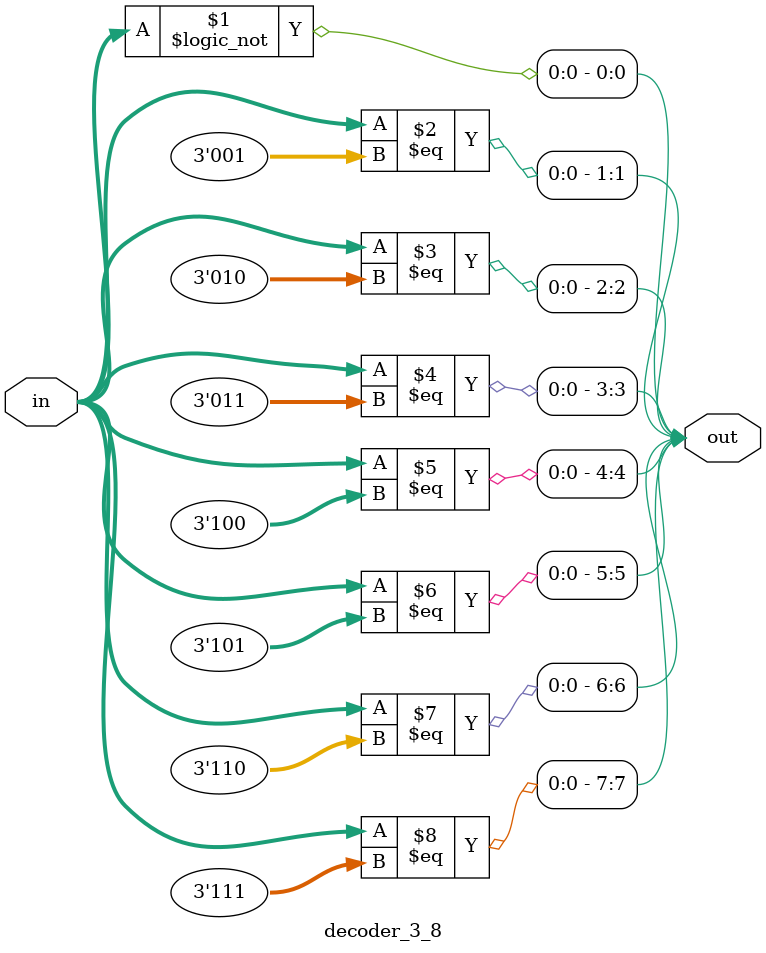
<source format=v>
module decoder_7_128(
    input    [6:0]      in,
    output   [127:0]    out
    );

genvar  i;
generate 
    for (i=0; i<128; i=i+1) begin : gen_for_dec_7_128
        assign out[i] = (in == i);
    end 
endgenerate

endmodule

module decoder_3_8(
    input    [2:0]      in,
    output   [7:0]    out
    );

genvar  i;
generate 
    for (i=0; i<8; i=i+1) begin : gen_for_dec_3_8
        assign out[i] = (in == i);
    end 
endgenerate

endmodule



</source>
